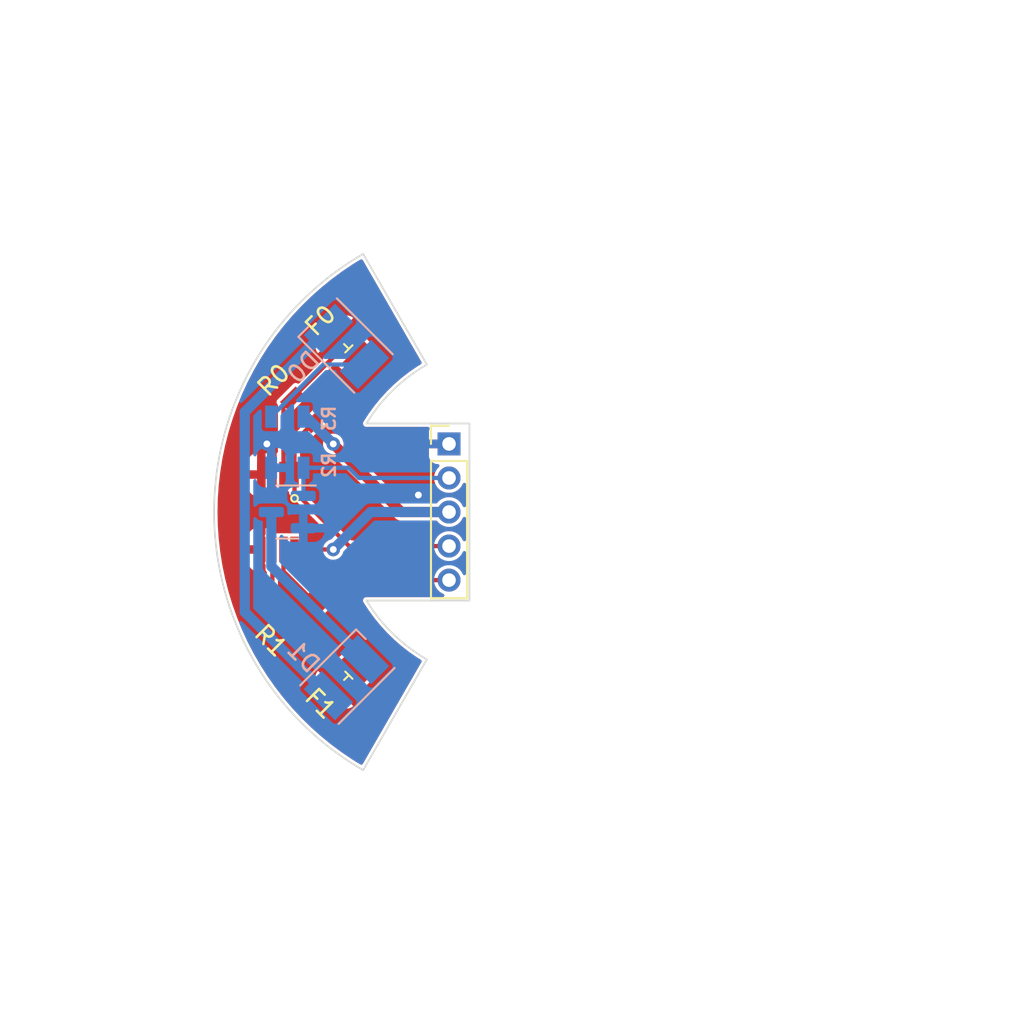
<source format=kicad_pcb>
(kicad_pcb (version 20211014) (generator pcbnew)
  (layers (0 "F.Cu" signal) (31 "B.Cu" signal) (34 "B.Paste" user) (35 "F.Paste" user) (36 "B.SilkS" user "B.Silkscreen") (37 "F.SilkS" user "F.Silkscreen") (38 "B.Mask" user) (39 "F.Mask" user) (44 "Edge.Cuts" user))
  (net 0 "")
  (net 1 "Net-(D0-Pad1)")
  (net 2 "Net-(R2-Pad1)")
  (net 3 "Net-(D1-Pad1)")
  (net 4 "Net-(F0-Pad1)")
  (net 5 "GND")
  (net 6 "Net-(F1-Pad1)")
  (net 7 "VCC")
  (net 8 "LED")
  (net 9 "O0")
  (net 10 "O1")
  (footprint "Helios:RS_0805" (layer "F.Cu") (at 87.75 106 -135)
    (fp_text reference "R1" (at 2.448557 0.258975 135) (layer "F.SilkS"))
    (fp_text value "Rf")
    (pad "1" smd rect locked (at -0.95 0 225) (size 0.7 1.3) (layers "F.Cu" "F.Paste" "F.Mask") (net 10 "O1"))
    (pad "2" smd rect locked (at 0.95 0 225) (size 0.7 1.3) (layers "F.Cu" "F.Paste" "F.Mask") (net 6 "Net-(F1-Pad1)"))
  )
  (footprint "Connector_PinHeader_2.00mm:PinHeader_1x05_P2.00mm_Vertical" (layer "F.Cu") (at 96.3 96)
    (fp_text reference "J0" hide)
    (fp_text value "Conn_01x05_Male")
    (fp_line (start -1.06 -1.06) (end 0 -1.06) (layer "F.SilkS") (width 0.12))
    (fp_line (start -1.06 1) (end -1.06 9.06) (layer "F.SilkS") (width 0.12))
    (fp_line (start -1.06 0) (end -1.06 -1.06) (layer "F.SilkS") (width 0.12))
    (fp_line (start 1.06 1) (end 1.06 9.06) (layer "F.SilkS") (width 0.12))
    (fp_line (start -1.06 9.06) (end 1.06 9.06) (layer "F.SilkS") (width 0.12))
    (fp_line (start -1.06 1) (end 1.06 1) (layer "F.SilkS") (width 0.12))
    (pad "1" thru_hole rect (at 0 0) (size 1.35 1.35) (drill 0.8) (layers *.Cu *.Mask) (net 5 "GND"))
    (pad "2" thru_hole oval (at 0 2) (size 1.35 1.35) (drill 0.8) (layers *.Cu *.Mask) (net 8 "LED"))
    (pad "3" thru_hole oval (at 0 4) (size 1.35 1.35) (drill 0.8) (layers *.Cu *.Mask) (net 7 "VCC"))
    (pad "4" thru_hole oval (at 0 6) (size 1.35 1.35) (drill 0.8) (layers *.Cu *.Mask) (net 9 "O0"))
    (pad "5" thru_hole oval (at 0 8) (size 1.35 1.35) (drill 0.8) (layers *.Cu *.Mask) (net 10 "O1"))
  )
  (footprint "Helios:SFH2704_Photodiode" (layer "F.Cu") (at 90.275 90.275 -135)
    (fp_text reference "F0" (at 0 2.156676 45) (layer "F.SilkS"))
    (fp_text value "SFH2704" hide)
    (fp_line (start -0.3 -0.2) (end 0.3 -0.2) (layer "F.SilkS") (width 0.12))
    (fp_line (start 0 -0.2) (end 0 0.2) (layer "F.SilkS") (width 0.12))
    (pad "1" smd rect locked (at 0 -0.7 225) (size 1.9 0.4) (layers "F.Cu" "F.Paste" "F.Mask") (net 4 "Net-(F0-Pad1)"))
    (pad "2" smd rect locked (at 0 0.7 225) (size 1.9 0.4) (layers "F.Cu" "F.Paste" "F.Mask") (net 5 "GND"))
  )
  (footprint "Helios:RS_0805" (layer "F.Cu") (at 87.75 94 135)
    (fp_text reference "R0" (at 2.474874 0 45) (layer "F.SilkS"))
    (fp_text value "Rf")
    (pad "1" smd rect locked (at -0.95 0 135) (size 0.7 1.3) (layers "F.Cu" "F.Paste" "F.Mask") (net 9 "O0"))
    (pad "2" smd rect locked (at 0.95 0 135) (size 0.7 1.3) (layers "F.Cu" "F.Paste" "F.Mask") (net 4 "Net-(F0-Pad1)"))
  )
  (footprint "Helios:SFH2704_Photodiode" (layer "F.Cu") (at 90.275 109.725 -45)
    (fp_text reference "F1" (at 0 2.156676 135) (layer "F.SilkS"))
    (fp_text value "SFH2704" hide)
    (fp_line (start 0 -0.2) (end 0 0.2) (layer "F.SilkS") (width 0.12))
    (fp_line (start -0.3 -0.2) (end 0.3 -0.2) (layer "F.SilkS") (width 0.12))
    (pad "1" smd rect locked (at 0 -0.7 315) (size 1.9 0.4) (layers "F.Cu" "F.Paste" "F.Mask") (net 6 "Net-(F1-Pad1)"))
    (pad "2" smd rect locked (at 0 0.7 315) (size 1.9 0.4) (layers "F.Cu" "F.Paste" "F.Mask") (net 5 "GND"))
  )
  (footprint "Helios:OPA2380" (layer "F.Cu") (at 86.25 100 180)
    (fp_text reference "U0" hide)
    (fp_text value "OPA2380")
    (fp_circle (center -0.975 0.8) (end -0.775 0.8) (layer "F.SilkS") (width 0.12) (fill none))
    (pad "1" smd rect locked (at -0.975 2.2 180) (size 0.5 1.5) (layers "F.Cu" "F.Paste" "F.Mask") (net 9 "O0"))
    (pad "2" smd rect locked (at -0.325 2.2 180) (size 0.5 1.5) (layers "F.Cu" "F.Paste" "F.Mask") (net 4 "Net-(F0-Pad1)"))
    (pad "3" smd rect locked (at 0.325 2.2 180) (size 0.5 1.5) (layers "F.Cu" "F.Paste" "F.Mask") (net 5 "GND"))
    (pad "4" smd rect locked (at 0.975 2.2 180) (size 0.5 1.5) (layers "F.Cu" "F.Paste" "F.Mask") (net 5 "GND"))
    (pad "5" smd rect locked (at 0.975 -2.2 180) (size 0.5 1.5) (layers "F.Cu" "F.Paste" "F.Mask") (net 5 "GND"))
    (pad "6" smd rect locked (at 0.325 -2.2 180) (size 0.5 1.5) (layers "F.Cu" "F.Paste" "F.Mask") (net 6 "Net-(F1-Pad1)"))
    (pad "7" smd rect locked (at -0.325 -2.2 180) (size 0.5 1.5) (layers "F.Cu" "F.Paste" "F.Mask") (net 10 "O1"))
    (pad "8" smd rect locked (at -0.975 -2.2 180) (size 0.5 1.5) (layers "F.Cu" "F.Paste" "F.Mask") (net 7 "VCC"))
  )
  (footprint "LED_SMD:LED_PLCC-2" (layer "B.Cu") (at 90.275 109.725 -135)
    (fp_text reference "D1" (at 0.919239 2.65165 -45) (layer "B.SilkS") (effects (justify mirror)))
    (fp_text value "LED")
    (fp_line (start 2.25 1.6) (end -2.4 1.6) (layer "B.SilkS") (width 0.12))
    (fp_line (start -2.4 1.6) (end -2.4 0.8) (layer "B.SilkS") (width 0.12))
    (fp_line (start 2.25 -1.6) (end -2.4 -1.6) (layer "B.SilkS") (width 0.12))
    (pad "1" smd rect (at -1.5 0 225) (size 1.5 2.6) (layers "B.Cu" "B.Paste" "B.Mask") (net 3 "Net-(D1-Pad1)"))
    (pad "2" smd rect (at 1.5 0 225) (size 1.5 2.6) (layers "B.Cu" "B.Paste" "B.Mask") (net 1 "Net-(D0-Pad1)"))
  )
  (footprint "Package_TO_SOT_SMD:SOT-23" (layer "B.Cu") (at 86.8 100 180)
    (fp_text reference "Q0" hide)
    (fp_text value "AO3400A")
    (fp_line (start 0 -1.56) (end -0.65 -1.56) (layer "B.SilkS") (width 0.12))
    (fp_line (start 0 -1.56) (end 0.65 -1.56) (layer "B.SilkS") (width 0.12))
    (fp_line (start 0 1.56) (end 0.65 1.56) (layer "B.SilkS") (width 0.12))
    (fp_line (start 0 1.56) (end -1.675 1.56) (layer "B.SilkS") (width 0.12))
    (pad "1" smd roundrect (at -0.9375 0.95 180) (size 1.475 0.6) (layers "B.Cu" "B.Paste" "B.Mask") (net 8 "LED"))
    (pad "2" smd roundrect (at -0.9375 -0.95 180) (size 1.475 0.6) (layers "B.Cu" "B.Paste" "B.Mask") (net 5 "GND"))
    (pad "3" smd roundrect (at 0.9375 0 180) (size 1.475 0.6) (layers "B.Cu" "B.Paste" "B.Mask") (net 3 "Net-(D1-Pad1)"))
  )
  (footprint "Helios:RS_0805" (layer "B.Cu") (at 86.8 94.4)
    (fp_text reference "R2" (at 2.45 2.85 90) (layer "B.SilkS") (effects (font (size 0.75 0.75)) (justify mirror)))
    (fp_text value "RL")
    (pad "1" smd rect locked (at -0.95 0) (size 0.7 1.3) (layers "B.Cu" "B.Paste" "B.Mask") (net 2 "Net-(R2-Pad1)"))
    (pad "2" smd rect locked (at 0.95 0) (size 0.7 1.3) (layers "B.Cu" "B.Paste" "B.Mask") (net 7 "VCC"))
  )
  (footprint "LED_SMD:LED_PLCC-2" (layer "B.Cu") (at 90.275 90.275 -45)
    (fp_text reference "D0" (at -0.919239 2.65165 225) (layer "B.SilkS") (effects (justify mirror)))
    (fp_text value "LED")
    (fp_line (start 2.25 1.6) (end -2.4 1.6) (layer "B.SilkS") (width 0.12))
    (fp_line (start -2.4 1.6) (end -2.4 0.8) (layer "B.SilkS") (width 0.12))
    (fp_line (start 2.25 -1.6) (end -2.4 -1.6) (layer "B.SilkS") (width 0.12))
    (pad "1" smd rect (at -1.5 0 315) (size 1.5 2.6) (layers "B.Cu" "B.Paste" "B.Mask") (net 1 "Net-(D0-Pad1)"))
    (pad "2" smd rect (at 1.5 0 315) (size 1.5 2.6) (layers "B.Cu" "B.Paste" "B.Mask") (net 2 "Net-(R2-Pad1)"))
  )
  (footprint "Helios:RS_0805" (layer "B.Cu") (at 86.8 97.4 180)
    (fp_text reference "R3" (at -2.45 2.9 90) (layer "B.SilkS") (effects (font (size 0.75 0.75)) (justify mirror)))
    (fp_text value "Rpd")
    (pad "1" smd rect locked (at -0.95 0 180) (size 0.7 1.3) (layers "B.Cu" "B.Paste" "B.Mask") (net 8 "LED"))
    (pad "2" smd rect locked (at 0.95 0 180) (size 0.7 1.3) (layers "B.Cu" "B.Paste" "B.Mask") (net 5 "GND"))
  )
  (gr_line (start 97.5 94.8) (end 91.45 94.8) (layer "Edge.Cuts") (width 0.1))
  (gr_arc (start 91.254857 115.158248) (mid 84.846608 108.752053) (end 82.5 100) (layer "Edge.Cuts") (width 0.1))
  (gr_line (start 97.5 105.2) (end 97.5 94.8) (layer "Edge.Cuts") (width 0.1))
  (gr_arc (start 94.998468 108.659368) (mid 93.007848 107.151643) (end 91.45 105.2) (layer "Edge.Cuts") (width 0.1))
  (gr_line (start 97.5 105.2) (end 91.45 105.2) (layer "Edge.Cuts") (width 0.1))
  (gr_arc (start 91.45 94.8) (mid 93.005402 92.845847) (end 94.998468 91.340631) (layer "Edge.Cuts") (width 0.1))
  (gr_line (start 94.998468 91.340631) (end 91.254857 84.841752) (layer "Edge.Cuts") (width 0.1))
  (gr_line (start 94.998468 108.659369) (end 91.254857 115.158248) (layer "Edge.Cuts") (width 0.1))
  (gr_arc (start 82.5 100) (mid 84.846609 91.247948) (end 91.254857 84.841752) (layer "Edge.Cuts") (width 0.1))
  (segment (start 89.21434 110.78566) (end 84.3 105.87132) (width 0.6) (layer "B.Cu") (net 1))
  (segment (start 84.3 94.12868) (end 89.21434 89.21434) (width 0.6) (layer "B.Cu") (net 1))
  (segment (start 84.3 105.87132) (end 84.3 94.12868) (width 0.6) (layer "B.Cu") (net 1))
  (segment (start 88.91434 91.33566) (end 85.85 94.4) (width 0.25) (layer "B.Cu") (net 2))
  (segment (start 91.33566 91.33566) (end 88.91434 91.33566) (width 0.25) (layer "B.Cu") (net 2))
  (segment (start 85.8625 100) (end 85.8625 103.19118) (width 0.6) (layer "B.Cu") (net 3))
  (segment (start 85.8625 103.19118) (end 91.33566 108.66434) (width 0.6) (layer "B.Cu") (net 3))
  (segment (start 89.636523 90.769975) (end 87.078249 93.328249) (width 0.25) (layer "F.Cu") (net 4))
  (segment (start 90.769975 90.769975) (end 89.636523 90.769975) (width 0.25) (layer "F.Cu") (net 4))
  (segment (start 86.575 93.831498) (end 86.575 97.8) (width 0.25) (layer "F.Cu") (net 4))
  (segment (start 87.078249 93.328249) (end 86.575 93.831498) (width 0.25) (layer "F.Cu") (net 4))
  (via (at 94.5 99) (size 0.8) (drill 0.4) (layers "F.Cu" "B.Cu") (net 5))
  (via (at 85.6 96) (size 0.8) (drill 0.4) (layers "F.Cu" "B.Cu") (net 5))
  (segment (start 89.636523 109.230025) (end 87.078249 106.671751) (width 0.25) (layer "F.Cu") (net 6))
  (segment (start 85.925 105.518502) (end 85.925 102.2) (width 0.25) (layer "F.Cu") (net 6))
  (segment (start 90.769975 109.230025) (end 89.636523 109.230025) (width 0.25) (layer "F.Cu") (net 6))
  (segment (start 87.078249 106.671751) (end 85.925 105.518502) (width 0.25) (layer "F.Cu") (net 6))
  (segment (start 93.5 100) (end 96.3 100) (width 0.6) (layer "F.Cu") (net 7))
  (segment (start 89.5 96) (end 93.5 100) (width 0.6) (layer "F.Cu") (net 7))
  (segment (start 87.225 102.2) (end 89.5 102.2) (width 0.25) (layer "F.Cu") (net 7))
  (via (at 89.5 96) (size 0.8) (drill 0.4) (layers "F.Cu" "B.Cu") (net 7))
  (via (at 89.5 102.2) (size 0.8) (drill 0.4) (layers "F.Cu" "B.Cu") (net 7))
  (segment (start 91.7 100) (end 96.3 100) (width 0.6) (layer "B.Cu") (net 7))
  (segment (start 87.9 94.4) (end 89.5 96) (width 0.6) (layer "B.Cu") (net 7))
  (segment (start 87.75 94.4) (end 87.9 94.4) (width 0.25) (layer "B.Cu") (net 7))
  (segment (start 89.5 102.2) (end 91.7 100) (width 0.6) (layer "B.Cu") (net 7))
  (segment (start 87.75 99.0375) (end 87.7375 99.05) (width 0.25) (layer "B.Cu") (net 8))
  (segment (start 87.75 97.4) (end 90.4 97.4) (width 0.25) (layer "B.Cu") (net 8))
  (segment (start 90.4 97.4) (end 91 98) (width 0.25) (layer "B.Cu") (net 8))
  (segment (start 87.75 97.4) (end 87.75 99.0375) (width 0.25) (layer "B.Cu") (net 8))
  (segment (start 91 98) (end 96.3 98) (width 0.25) (layer "B.Cu") (net 8))
  (segment (start 90.425 102) (end 96.3 102) (width 0.25) (layer "F.Cu") (net 9))
  (segment (start 88.421751 94.671751) (end 87.225 95.868502) (width 0.25) (layer "F.Cu") (net 9))
  (segment (start 87.225 97.8) (end 87.225 98.8) (width 0.25) (layer "F.Cu") (net 9))
  (segment (start 87.225 95.868502) (end 87.225 97.8) (width 0.25) (layer "F.Cu") (net 9))
  (segment (start 87.225 98.8) (end 90.425 102) (width 0.25) (layer "F.Cu") (net 9))
  (segment (start 88.421751 105.328249) (end 86.575 103.481498) (width 0.25) (layer "F.Cu") (net 10))
  (segment (start 88.421751 105.328249) (end 89.75 104) (width 0.25) (layer "F.Cu") (net 10))
  (segment (start 89.75 104) (end 96.3 104) (width 0.25) (layer "F.Cu") (net 10))
  (segment (start 86.575 103.481498) (end 86.575 102.2) (width 0.25) (layer "F.Cu") (net 10))
  (zone (net 5) (net_name "GND") (layer "F.Cu") (connect_pads (clearance 0.2)) (min_thickness 0.2) (fill yes (thermal_gap 0.508) (thermal_bridge_width 0.508))
    (polygon (pts (xy 102 117) (xy 81 117) (xy 81 83) (xy 102 83)))
  )
  (zone (net 5) (net_name "GND") (layer "B.Cu") (connect_pads (clearance 0.2)) (min_thickness 0.2) (fill yes (thermal_gap 0.508) (thermal_bridge_width 0.508))
    (polygon (pts (xy 102 117) (xy 81 117) (xy 81 83) (xy 102 83)))
  )
)
</source>
